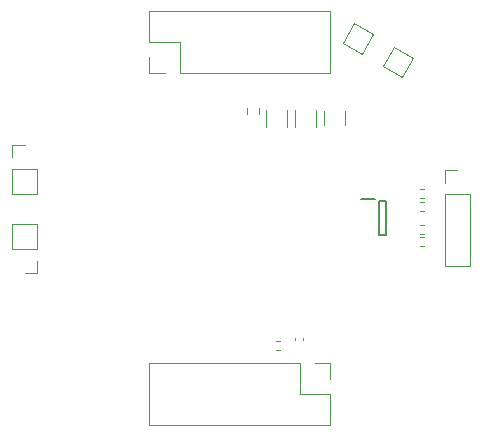
<source format=gbr>
%TF.GenerationSoftware,KiCad,Pcbnew,7.0.5*%
%TF.CreationDate,2024-01-17T11:15:44-05:00*%
%TF.ProjectId,CTRL,4354524c-2e6b-4696-9361-645f70636258,rev?*%
%TF.SameCoordinates,Original*%
%TF.FileFunction,Legend,Top*%
%TF.FilePolarity,Positive*%
%FSLAX46Y46*%
G04 Gerber Fmt 4.6, Leading zero omitted, Abs format (unit mm)*
G04 Created by KiCad (PCBNEW 7.0.5) date 2024-01-17 11:15:44*
%MOMM*%
%LPD*%
G01*
G04 APERTURE LIST*
%ADD10C,0.120000*%
%ADD11C,0.200000*%
G04 APERTURE END LIST*
D10*
%TO.C,TP3*%
X163907724Y-88196345D02*
X162262276Y-87246345D01*
X164857724Y-86550897D02*
X163907724Y-88196345D01*
X163212276Y-85600897D02*
X164857724Y-86550897D01*
X162262276Y-87246345D02*
X163212276Y-85600897D01*
%TO.C,TP2*%
X160507724Y-86196345D02*
X158862276Y-85246345D01*
X161457724Y-84550897D02*
X160507724Y-86196345D01*
X159812276Y-83600897D02*
X161457724Y-84550897D01*
X158862276Y-85246345D02*
X159812276Y-83600897D01*
%TO.C,R4*%
X150737500Y-91253345D02*
X150737500Y-90743897D01*
X151782500Y-91253345D02*
X151782500Y-90743897D01*
%TO.C,F1*%
X159070000Y-91016557D02*
X159070000Y-92220685D01*
X157250000Y-91016557D02*
X157250000Y-92220685D01*
%TO.C,R15*%
X165760121Y-98428621D02*
X165424879Y-98428621D01*
X165760121Y-97668621D02*
X165424879Y-97668621D01*
%TO.C,J1*%
X142480000Y-87795599D02*
X142480000Y-86465599D01*
X143810000Y-87795599D02*
X142480000Y-87795599D01*
X145080000Y-87795599D02*
X157840000Y-87795599D01*
X145080000Y-87795599D02*
X145080000Y-85195599D01*
X157840000Y-87795599D02*
X157840000Y-82595599D01*
X142480000Y-85195599D02*
X142480000Y-82595599D01*
X145080000Y-85195599D02*
X142480000Y-85195599D01*
X142480000Y-82595599D02*
X157840000Y-82595599D01*
%TO.C,R14*%
X165737621Y-102498621D02*
X165402379Y-102498621D01*
X165737621Y-101738621D02*
X165402379Y-101738621D01*
%TO.C,R2*%
X165402379Y-100718621D02*
X165737621Y-100718621D01*
X165402379Y-101478621D02*
X165737621Y-101478621D01*
%TO.C,J2*%
X157840000Y-112413621D02*
X157840000Y-113743621D01*
X156510000Y-112413621D02*
X157840000Y-112413621D01*
X155240000Y-112413621D02*
X142480000Y-112413621D01*
X155240000Y-112413621D02*
X155240000Y-115013621D01*
X142480000Y-112413621D02*
X142480000Y-117613621D01*
X157840000Y-115013621D02*
X157840000Y-117613621D01*
X155240000Y-115013621D02*
X157840000Y-115013621D01*
X157840000Y-117613621D02*
X142480000Y-117613621D01*
%TO.C,C3*%
X154170000Y-90937369D02*
X154170000Y-92359873D01*
X152350000Y-90937369D02*
X152350000Y-92359873D01*
%TO.C,J4*%
X133010000Y-104758621D02*
X131950000Y-104758621D01*
X133010000Y-103698621D02*
X133010000Y-104758621D01*
X133010000Y-102698621D02*
X133010000Y-100638621D01*
X133010000Y-102698621D02*
X130890000Y-102698621D01*
X133010000Y-100638621D02*
X130890000Y-100638621D01*
X130890000Y-102698621D02*
X130890000Y-100638621D01*
%TO.C,C4*%
X154800000Y-110446956D02*
X154800000Y-110215286D01*
X155520000Y-110446956D02*
X155520000Y-110215286D01*
%TO.C,R3*%
X153552621Y-111278621D02*
X153217379Y-111278621D01*
X153552621Y-110518621D02*
X153217379Y-110518621D01*
%TO.C,R1*%
X165424879Y-98718621D02*
X165760121Y-98718621D01*
X165424879Y-99478621D02*
X165760121Y-99478621D01*
%TO.C,J6*%
X167510000Y-96038621D02*
X168570000Y-96038621D01*
X167510000Y-97098621D02*
X167510000Y-96038621D01*
X167510000Y-98098621D02*
X167510000Y-104158621D01*
X167510000Y-98098621D02*
X169630000Y-98098621D01*
X167510000Y-104158621D02*
X169630000Y-104158621D01*
X169630000Y-98098621D02*
X169630000Y-104158621D01*
D11*
%TO.C,U4*%
X160400000Y-98508621D02*
X161600000Y-98508621D01*
X161950000Y-98658621D02*
X162550000Y-98658621D01*
X161950000Y-101558621D02*
X161950000Y-98658621D01*
X162550000Y-98658621D02*
X162550000Y-101558621D01*
X162550000Y-101558621D02*
X161950000Y-101558621D01*
D10*
%TO.C,C2*%
X156635000Y-90937369D02*
X156635000Y-92359873D01*
X154815000Y-90937369D02*
X154815000Y-92359873D01*
%TO.C,J5*%
X130890000Y-93908621D02*
X131950000Y-93908621D01*
X130890000Y-94968621D02*
X130890000Y-93908621D01*
X130890000Y-95968621D02*
X130890000Y-98028621D01*
X130890000Y-95968621D02*
X133010000Y-95968621D01*
X130890000Y-98028621D02*
X133010000Y-98028621D01*
X133010000Y-95968621D02*
X133010000Y-98028621D01*
%TD*%
M02*

</source>
